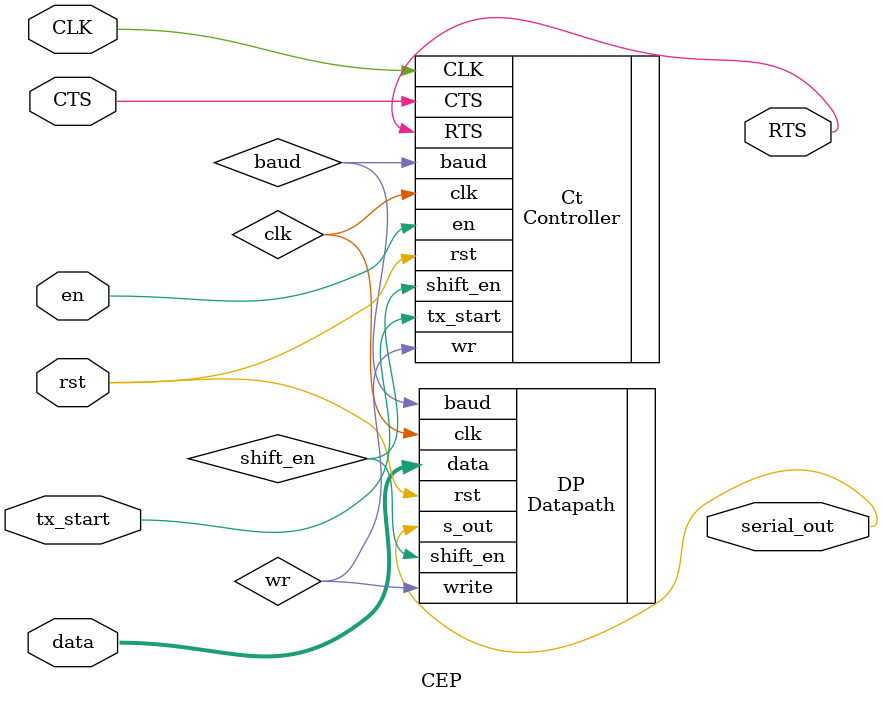
<source format=sv>
`timescale 1ns / 1ps


module CEP(output reg RTS, serial_out,
            input reg [7:0] data,
            input logic CLK,rst,en,tx_start,CTS
                );
              
wire wr,shift_en,baud,clk; // Controller outputs

Datapath DP(.data(data), .write(wr), .clk(clk), .rst(rst), .baud(baud), .shift_en(shift_en), .s_out(serial_out));
Controller Ct(.wr(wr), .shift_en(shift_en), .baud(baud), .RTS(RTS), .clk(clk), .CLK(CLK), .rst(rst), .en(en), .tx_start(tx_start), .CTS(CTS));

endmodule

</source>
